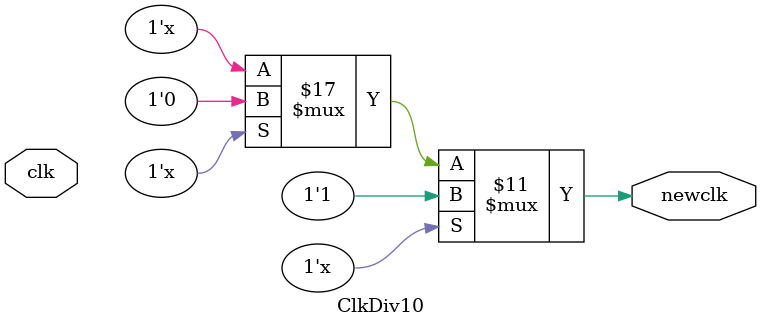
<source format=v>
module ClkDiv10(
  output newclk,
  input clk
);

integer div = 20;
reg newclk = 0;

always @(clk) 
begin
  if (div != 0)
  begin
    newclk = 0;
    div = div - 1;
  end
  if (div == 0)
  begin
    newclk = 1;
    div = 20;
  end
  end
endmodule

</source>
